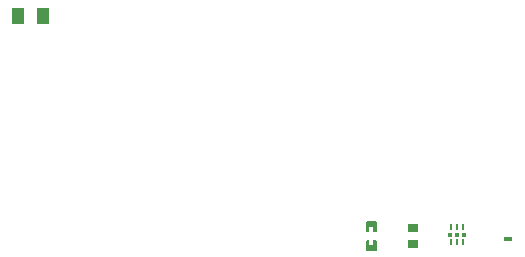
<source format=gtp>
G04 Layer: TopPasteMaskLayer*
G04 EasyEDA v6.5.34, 2023-09-01 08:25:12*
G04 cc2bbb75409f4265bb42bba671d4d825,5105ad0bdac541d6bd466d525955c20a,10*
G04 Gerber Generator version 0.2*
G04 Scale: 100 percent, Rotated: No, Reflected: No *
G04 Dimensions in millimeters *
G04 leading zeros omitted , absolute positions ,4 integer and 5 decimal *
%FSLAX45Y45*%
%MOMM*%

%AMMACRO1*21,1,$1,$2,0,0,$3*%
%ADD10R,0.7500X0.3000*%
%ADD11R,0.9000X0.8000*%
%ADD12MACRO1,1X1.3995X0.0000*%
%ADD13R,1.0000X1.3995*%
%ADD14R,0.2800X0.5000*%
%ADD15R,0.4500X0.3000*%
%ADD16R,0.3000X0.3000*%

%LPD*%
G36*
X4951120Y-2599893D02*
G01*
X4946091Y-2604922D01*
X4946091Y-2684881D01*
X4951120Y-2689910D01*
X5031079Y-2689910D01*
X5036108Y-2684881D01*
X5036108Y-2604922D01*
X5031079Y-2599893D01*
X5008321Y-2599893D01*
X5008321Y-2636926D01*
X4975301Y-2636926D01*
X4975301Y-2599893D01*
G37*
G36*
X4951120Y-2440889D02*
G01*
X4946091Y-2445918D01*
X4946091Y-2524912D01*
X4951120Y-2529890D01*
X4975301Y-2529890D01*
X4975301Y-2491892D01*
X5008321Y-2491892D01*
X5008321Y-2529890D01*
X5031079Y-2529890D01*
X5036108Y-2524912D01*
X5036108Y-2445918D01*
X5031079Y-2440889D01*
G37*
D10*
G01*
X6151397Y-2592400D03*
D11*
G01*
X5346700Y-2635402D03*
G01*
X5346700Y-2495397D03*
D12*
G01*
X2213229Y-698500D03*
D13*
G01*
X2003170Y-698500D03*
D14*
G01*
X5764987Y-2487701D03*
G01*
X5715000Y-2487701D03*
G01*
X5665012Y-2487701D03*
D15*
G01*
X5655005Y-2552700D03*
D14*
G01*
X5664987Y-2617698D03*
G01*
X5715000Y-2617698D03*
G01*
X5764987Y-2617698D03*
D15*
G01*
X5774994Y-2552700D03*
D16*
G01*
X5715000Y-2552700D03*
M02*

</source>
